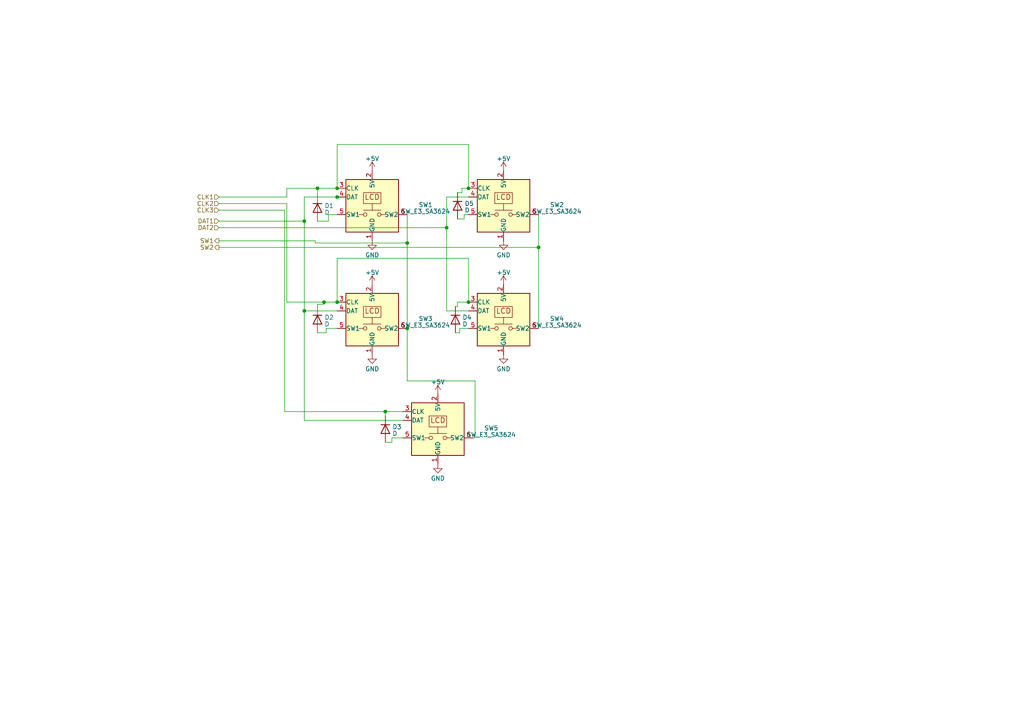
<source format=kicad_sch>
(kicad_sch (version 20230121) (generator eeschema)
  (paper "A4")
  (title_block (title "GO-button") (date "2023-03-08") (rev "1.0.0") (company "GZT") (comment 1 "Author: Gašper Doljak"))
  (lib_symbols
    (symbol "Device:D" (pin_numbers hide) (pin_names (offset 1.016) hide)
      (property "Reference" "D" (at 0 2.54 0))
      (property "Value" "D" (at 0 -2.54 0))
      (symbol "D_0_1"
        (polyline (pts (xy -1.27 1.27) (xy -1.27 -1.27)) (stroke (width 0.254)))
        (polyline (pts (xy 1.27 0) (xy -1.27 0)))
        (polyline (pts (xy 1.27 1.27) (xy 1.27 -1.27) (xy -1.27 0) (xy 1.27 1.27)) (stroke (width 0.254)))
      )
      (symbol "D_1_1"
        (pin passive line (at -3.81 0 0) (length 2.54) (name "K") (number "1"))
        (pin passive line (at 3.81 0 180) (length 2.54) (name "A") (number "2"))
      )
    )
    (symbol "Switch:SW_E3_SA3624" (pin_names (offset 0.0254))
      (property "Reference" "SW" (at 1.27 8.89 0))
      (property "Value" "SW_E3_SA3624" (at 7.62 -8.89 0))
      (symbol "SW_E3_SA3624_0_0"
        (rectangle (start -7.62 7.62) (end 7.62 -7.62) (stroke (width 0.254)) (fill (type background)))
        (polyline (pts (xy -2.54 -2.54) (xy -3.81 -2.54)))
        (polyline (pts (xy 2.54 -2.54) (xy 3.81 -2.54)))
        (text "LCD" (at 0 2.54 0) (effects (font (size 1.524 1.524))))
      )
      (symbol "SW_E3_SA3624_0_1"
        (circle (center -2.032 -2.54) (radius 0.508))
        (polyline (pts (xy 2.54 -1.27) (xy -2.54 -1.27)))
        (polyline (pts (xy 0 -1.27) (xy 0 0.635) (xy -2.54 0.635) (xy -2.54 3.81) (xy 2.54 3.81) (xy 2.54 0.635) (xy 0 0.635)))
        (circle (center 2.032 -2.54) (radius 0.508))
        (pin power_in line (at 0 -10.16 90) (length 2.54) (name "GND") (number "1"))
        (pin power_in line (at 0 10.16 270) (length 2.54) (name "5V") (number "2"))
        (pin input line (at -10.16 5.08 0) (length 2.54) (name "CLK") (number "3"))
        (pin input line (at -10.16 2.54 0) (length 2.54) (name "DAT") (number "4"))
      )
      (symbol "SW_E3_SA3624_1_1"
        (pin passive line (at -10.16 -2.54 0) (length 2.54) (name "SW1") (number "5"))
        (pin passive line (at 10.16 -2.54 180) (length 2.54) (name "SW2") (number "6"))
      )
    )
    (symbol "power:+5V" (power) (pin_names (offset 0))
      (property "Value" "+5V" (at 0 3.556 0))
      (symbol "+5V_0_1"
        (polyline (pts (xy -0.762 1.27) (xy 0 2.54)))
        (polyline (pts (xy 0 0) (xy 0 2.54)))
        (polyline (pts (xy 0 2.54) (xy 0.762 1.27)))
      )
      (symbol "+5V_1_1"
        (pin power_in line (at 0 0 90) (length 0) hide (name "+5V") (number "1"))
      )
    )
    (symbol "power:GND" (power) (pin_names (offset 0))
      (property "Value" "GND" (at 0 -3.81 0))
      (symbol "GND_0_1"
        (polyline (pts (xy 0 0) (xy 0 -1.27) (xy 1.27 -1.27) (xy 0 -2.54) (xy -1.27 -1.27) (xy 0 -1.27)))
      )
      (symbol "GND_1_1"
        (pin power_in line (at 0 0 270) (length 0) hide (name "GND") (number "1"))
      )
    )
  )
  (junction (at 118.11 70.485))
  (junction (at 111.76 119.38))
  (junction (at 129.54 66.04))
  (junction (at 93.98 87.63))
  (junction (at 97.79 54.61))
  (junction (at 118.11 95.25))
  (junction (at 97.79 87.63))
  (junction (at 88.265 90.17))
  (junction (at 88.265 64.135))
  (junction (at 135.89 54.61))
  (junction (at 97.79 57.15))
  (junction (at 156.21 71.755))
  (junction (at 92.075 54.61))
  (junction (at 135.89 87.63))
  (wire (pts (xy 137.795 127) (xy 137.795 110.49)))
  (wire (pts (xy 82.55 119.38) (xy 111.76 119.38)))
  (wire (pts (xy 111.76 128.27) (xy 113.665 128.27)))
  (wire (pts (xy 93.98 88.265) (xy 93.98 87.63)))
  (wire (pts (xy 63.5 66.04) (xy 129.54 66.04)))
  (wire (pts (xy 63.5 60.96) (xy 82.55 60.96)))
  (wire (pts (xy 132.715 63.5) (xy 134.62 63.5)))
  (wire (pts (xy 133.35 96.52) (xy 133.35 95.25)))
  (wire (pts (xy 133.985 55.88) (xy 133.985 54.61)))
  (wire (pts (xy 91.44 70.485) (xy 118.11 70.485)))
  (wire (pts (xy 156.21 71.755) (xy 156.21 95.25)))
  (wire (pts (xy 97.79 74.93) (xy 97.79 87.63)))
  (wire (pts (xy 94.615 95.25) (xy 97.79 95.25)))
  (wire (pts (xy 95.25 64.135) (xy 95.25 62.23)))
  (wire (pts (xy 63.5 71.755) (xy 156.21 71.755)))
  (wire (pts (xy 132.715 88.9) (xy 132.08 88.9)))
  (wire (pts (xy 156.21 62.23) (xy 156.21 71.755)))
  (wire (pts (xy 63.5 64.135) (xy 88.265 64.135)))
  (wire (pts (xy 133.985 54.61) (xy 135.89 54.61)))
  (wire (pts (xy 135.89 74.93) (xy 97.79 74.93)))
  (wire (pts (xy 92.075 96.52) (xy 94.615 96.52)))
  (wire (pts (xy 83.185 59.055) (xy 63.5 59.055)))
  (wire (pts (xy 92.075 56.515) (xy 92.075 54.61)))
  (wire (pts (xy 83.185 57.15) (xy 63.5 57.15)))
  (wire (pts (xy 95.25 64.135) (xy 92.075 64.135)))
  (wire (pts (xy 98.425 57.15) (xy 97.79 57.15)))
  (wire (pts (xy 134.62 63.5) (xy 134.62 62.23)))
  (wire (pts (xy 97.79 57.15) (xy 88.265 57.15)))
  (wire (pts (xy 92.075 88.9) (xy 92.075 88.265)))
  (wire (pts (xy 118.11 70.485) (xy 118.11 95.25)))
  (wire (pts (xy 111.76 120.65) (xy 111.76 119.38)))
  (wire (pts (xy 88.265 64.135) (xy 88.265 90.17)))
  (wire (pts (xy 63.5 69.85) (xy 91.44 69.85)))
  (wire (pts (xy 129.54 66.04) (xy 129.54 90.17)))
  (wire (pts (xy 129.54 57.15) (xy 129.54 66.04)))
  (wire (pts (xy 135.89 87.63) (xy 135.89 74.93)))
  (wire (pts (xy 135.89 41.91) (xy 97.79 41.91)))
  (wire (pts (xy 129.54 90.17) (xy 135.89 90.17)))
  (wire (pts (xy 88.265 90.17) (xy 88.265 121.92)))
  (wire (pts (xy 135.89 54.61) (xy 135.89 41.91)))
  (wire (pts (xy 88.265 121.92) (xy 116.84 121.92)))
  (wire (pts (xy 134.62 62.23) (xy 135.89 62.23)))
  (wire (pts (xy 88.265 90.17) (xy 97.79 90.17)))
  (wire (pts (xy 83.185 87.63) (xy 83.185 59.055)))
  (wire (pts (xy 118.11 62.23) (xy 118.11 70.485)))
  (wire (pts (xy 91.44 69.85) (xy 91.44 70.485)))
  (wire (pts (xy 92.075 54.61) (xy 83.185 54.61)))
  (wire (pts (xy 137.16 127) (xy 137.795 127)))
  (wire (pts (xy 92.075 54.61) (xy 97.79 54.61)))
  (wire (pts (xy 118.11 110.49) (xy 118.11 95.25)))
  (wire (pts (xy 88.265 57.15) (xy 88.265 64.135)))
  (wire (pts (xy 132.715 87.63) (xy 135.89 87.63)))
  (wire (pts (xy 132.08 96.52) (xy 133.35 96.52)))
  (wire (pts (xy 93.98 87.63) (xy 83.185 87.63)))
  (wire (pts (xy 135.89 57.15) (xy 129.54 57.15)))
  (wire (pts (xy 113.665 127) (xy 116.84 127)))
  (wire (pts (xy 94.615 96.52) (xy 94.615 95.25)))
  (wire (pts (xy 92.075 88.265) (xy 93.98 88.265)))
  (wire (pts (xy 97.79 41.91) (xy 97.79 54.61)))
  (wire (pts (xy 133.35 95.25) (xy 135.89 95.25)))
  (wire (pts (xy 95.25 62.23) (xy 97.79 62.23)))
  (wire (pts (xy 97.79 87.63) (xy 93.98 87.63)))
  (wire (pts (xy 133.985 55.88) (xy 132.715 55.88)))
  (wire (pts (xy 132.715 88.9) (xy 132.715 87.63)))
  (wire (pts (xy 137.795 110.49) (xy 118.11 110.49)))
  (wire (pts (xy 111.76 119.38) (xy 116.84 119.38)))
  (wire (pts (xy 113.665 128.27) (xy 113.665 127)))
  (wire (pts (xy 83.185 54.61) (xy 83.185 57.15)))
  (wire (pts (xy 82.55 60.96) (xy 82.55 119.38)))
  (hierarchical_label "SW1" (shape output) (at 63.5 69.85 180))
  (hierarchical_label "DAT1" (shape input) (at 63.5 64.135 180))
  (hierarchical_label "CLK3" (shape input) (at 63.5 60.96 180))
  (hierarchical_label "SW2" (shape output) (at 63.5 71.755 180))
  (hierarchical_label "CLK2" (shape input) (at 63.5 59.055 180))
  (hierarchical_label "CLK1" (shape input) (at 63.5 57.15 180))
  (hierarchical_label "DAT2" (shape input) (at 63.5 66.04 180))
  (symbol (lib_id "Device:D") (at 111.76 124.46 270) (unit 1)
    (property "Reference" "D3" (at 113.792 123.8163 90) (effects (justify left)))
    (property "Value" "D" (at 113.792 125.7373 90) (effects (justify left)))
    (property "Footprint" "Diode_SMD:D_0201_0603Metric" (effects hide))
    (property "Sim.Device" "D" (effects hide))
    (property "Sim.Pins" "1=K 2=A" (effects hide))
  )
  (symbol (lib_id "power:+5V") (at 146.05 49.53 0) (unit 1)
    (property "Reference" "#PWR024" (effects hide))
    (property "Value" "+5V" (at 146.05 46.0281 0))
  )
  (symbol (lib_id "power:+5V") (at 146.05 82.55 0) (unit 1)
    (property "Reference" "#PWR026" (effects hide))
    (property "Value" "+5V" (at 146.05 79.0481 0))
  )
  (symbol (lib_id "power:GND") (at 146.05 102.87 0) (unit 1)
    (property "Reference" "#PWR027" (effects hide))
    (property "Value" "GND" (at 146.05 107.0055 0))
  )
  (symbol (lib_id "Device:D") (at 132.715 59.69 270) (unit 1)
    (property "Reference" "D5" (at 134.747 59.0463 90) (effects (justify left)))
    (property "Value" "D" (at 134.747 60.9673 90) (effects (justify left)))
    (property "Footprint" "Diode_SMD:D_0201_0603Metric" (effects hide))
    (property "Sim.Device" "D" (effects hide))
    (property "Sim.Pins" "1=K 2=A" (effects hide))
  )
  (symbol (lib_id "power:GND") (at 146.05 69.85 0) (unit 1)
    (property "Reference" "#PWR025" (effects hide))
    (property "Value" "GND" (at 146.05 73.9855 0))
  )
  (symbol (lib_id "power:+5V") (at 107.95 49.53 0) (unit 1)
    (property "Reference" "#PWR018" (effects hide))
    (property "Value" "+5V" (at 107.95 46.0281 0))
  )
  (symbol (lib_id "power:GND") (at 107.95 69.85 0) (unit 1)
    (property "Reference" "#PWR019" (effects hide))
    (property "Value" "GND" (at 107.95 73.9855 0))
  )
  (symbol (lib_id "Switch:SW_E3_SA3624") (at 107.95 92.71 0) (unit 1)
    (property "Reference" "SW3" (at 123.4488 92.4179 0))
    (property "Value" "SW_E3_SA3624" (at 123.4488 94.3389 0))
    (property "Footprint" "E3_LCD Switches:SAnnnn_V2" (effects hide))
    (property "Datasheet" "http://www.e3-keys.com/files/SA%20Technical%20Datasheet%20v2.0.pdf" (effects hide))
  )
  (symbol (lib_id "power:GND") (at 107.95 102.87 0) (unit 1)
    (property "Reference" "#PWR021" (effects hide))
    (property "Value" "GND" (at 107.95 107.0055 0))
  )
  (symbol (lib_id "Switch:SW_E3_SA3624") (at 146.05 59.69 0) (unit 1)
    (property "Reference" "SW2" (at 161.5488 59.3979 0))
    (property "Value" "SW_E3_SA3624" (at 161.5488 61.3189 0))
    (property "Footprint" "E3_LCD Switches:SAnnnn_V2" (effects hide))
    (property "Datasheet" "http://www.e3-keys.com/files/SA%20Technical%20Datasheet%20v2.0.pdf" (effects hide))
    (instances (project "GO-button" (path "" (reference "SW2") (unit 1)) (path "" (reference "SW5") (unit 1))))
  )
  (symbol (lib_id "Switch:SW_E3_SA3624") (at 146.05 92.71 0) (unit 1)
    (property "Reference" "SW4" (at 161.5488 92.4179 0))
    (property "Value" "SW_E3_SA3624" (at 161.5488 94.3389 0))
    (property "Footprint" "E3_LCD Switches:SAnnnn_V2" (effects hide))
    (property "Datasheet" "http://www.e3-keys.com/files/SA%20Technical%20Datasheet%20v2.0.pdf" (effects hide))
    (instances (project "GO-button" (path "" (reference "SW4") (unit 1)) (path "" (reference "SW6") (unit 1))))
  )
  (symbol (lib_id "Device:D") (at 132.08 92.71 270) (unit 1)
    (property "Reference" "D4" (at 134.112 92.0663 90) (effects (justify left)))
    (property "Value" "D" (at 134.112 93.9873 90) (effects (justify left)))
    (property "Footprint" "Diode_SMD:D_0201_0603Metric" (effects hide))
    (property "Sim.Device" "D" (effects hide))
    (property "Sim.Pins" "1=K 2=A" (effects hide))
  )
  (symbol (lib_id "power:GND") (at 127 134.62 0) (unit 1)
    (property "Reference" "#PWR023" (effects hide))
    (property "Value" "GND" (at 127 138.7555 0))
  )
  (symbol (lib_id "Switch:SW_E3_SA3624") (at 107.95 59.69 0) (unit 1)
    (property "Reference" "SW1" (at 123.4488 59.3979 0))
    (property "Value" "SW_E3_SA3624" (at 123.4488 61.3189 0))
    (property "Footprint" "E3_LCD Switches:SAnnnn_V2" (effects hide))
    (property "Datasheet" "http://www.e3-keys.com/files/SA%20Technical%20Datasheet%20v2.0.pdf" (effects hide))
    (instances (project "GO-button" (path "" (reference "SW1") (unit 1)) (path "" (reference "SW2") (unit 1))))
  )
  (symbol (lib_id "Device:D") (at 92.075 60.325 270) (unit 1)
    (property "Reference" "D1" (at 94.107 59.6813 90) (effects (justify left)))
    (property "Value" "D" (at 94.107 61.6023 90) (effects (justify left)))
    (property "Footprint" "Diode_SMD:D_0201_0603Metric" (effects hide))
    (property "Sim.Device" "D" (effects hide))
    (property "Sim.Pins" "1=K 2=A" (effects hide))
  )
  (symbol (lib_id "Device:D") (at 92.075 92.71 270) (unit 1)
    (property "Reference" "D2" (at 94.107 92.0663 90) (effects (justify left)))
    (property "Value" "D" (at 94.107 93.9873 90) (effects (justify left)))
    (property "Footprint" "Diode_SMD:D_0201_0603Metric" (effects hide))
    (property "Sim.Device" "D" (effects hide))
    (property "Sim.Pins" "1=K 2=A" (effects hide))
  )
  (symbol (lib_id "power:+5V") (at 107.95 82.55 0) (unit 1)
    (property "Reference" "#PWR020" (effects hide))
    (property "Value" "+5V" (at 107.95 79.0481 0))
  )
  (symbol (lib_id "power:+5V") (at 127 114.3 0) (unit 1)
    (property "Reference" "#PWR022" (effects hide))
    (property "Value" "+5V" (at 127 110.7981 0))
  )
  (symbol (lib_id "Switch:SW_E3_SA3624") (at 127 124.46 0) (unit 1)
    (property "Reference" "SW5" (at 142.4988 124.1679 0))
    (property "Value" "SW_E3_SA3624" (at 142.4988 126.0889 0))
    (property "Footprint" "E3_LCD Switches:SAnnnn_V2" (effects hide))
    (property "Datasheet" "http://www.e3-keys.com/files/SA%20Technical%20Datasheet%20v2.0.pdf" (effects hide))
    (instances (project "GO-button" (path "" (reference "SW5") (unit 1)) (path "" (reference "SW4") (unit 1))))
  )
)
</source>
